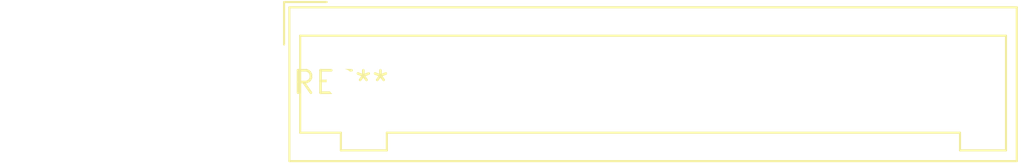
<source format=kicad_pcb>
(kicad_pcb (version 20240108) (generator pcbnew)
  (layers (0 "F.Cu" signal) (31 "B.Cu" signal) (34 "B.Paste" user) (35 "F.Paste" user) (36 "B.SilkS" user "B.Silkscreen") (37 "F.SilkS" user "F.Silkscreen") (38 "B.Mask" user) (39 "F.Mask" user) (44 "Edge.Cuts" user))
  (net 0 "")
  (footprint "Wago_734-141_1x11_P3.50mm_Vertical" (layer "F.Cu") (at 0 0)
    (property "Reference" "REF**")
    (property "Value" "Wago_734-141_1x11_P3.50mm_Vertical")
    (fp_line (start -3.21 -4.56) (end -0.8 -4.56) (layer "F.SilkS") (stroke (width 0.12)))
    (fp_line (start -3.21 -2.15) (end -3.21 -4.56) (layer "F.SilkS") (stroke (width 0.12)))
    (fp_line (start -2.91 -4.26) (end -2.91 4.46) (layer "F.SilkS") (stroke (width 0.12)))
    (fp_line (start -2.91 4.46) (end 38.21 4.46) (layer "F.SilkS") (stroke (width 0.12)))
    (fp_line (start -2.3 -2.65) (end -2.3 2.85) (layer "F.SilkS") (stroke (width 0.12)))
    (fp_line (start -2.3 2.85) (end 0 2.85) (layer "F.SilkS") (stroke (width 0.12)))
    (fp_line (start 0 2.85) (end 0 3.85) (layer "F.SilkS") (stroke (width 0.12)))
    (fp_line (start 0 3.85) (end 2.6 3.85) (layer "F.SilkS") (stroke (width 0.12)))
    (fp_line (start 2.6 2.85) (end 35 2.85) (layer "F.SilkS") (stroke (width 0.12)))
    (fp_line (start 2.6 3.85) (end 2.6 2.85) (layer "F.SilkS") (stroke (width 0.12)))
    (fp_line (start 35 2.85) (end 35 3.85) (layer "F.SilkS") (stroke (width 0.12)))
    (fp_line (start 35 3.85) (end 37.6 3.85) (layer "F.SilkS") (stroke (width 0.12)))
    (fp_line (start 37.6 -2.65) (end -2.3 -2.65) (layer "F.SilkS") (stroke (width 0.12)))
    (fp_line (start 37.6 3.85) (end 37.6 -2.65) (layer "F.SilkS") (stroke (width 0.12)))
    (fp_line (start 38.21 -4.26) (end -2.91 -4.26) (layer "F.SilkS") (stroke (width 0.12)))
    (fp_line (start 38.21 4.46) (end 38.21 -4.26) (layer "F.SilkS") (stroke (width 0.12)))
    (pad "1" thru_hole roundrect (at 0 0) (size 2 2.6) (drill 1.6) (layers *.Cu *.Mask) (remove_unused_layers) (roundrect_rratio 0.125))
    (pad "2" thru_hole oval (at 3.5 0) (size 2 2.6) (drill 1.6) (layers *.Cu *.Mask) (remove_unused_layers))
    (pad "3" thru_hole oval (at 7 0) (size 2 2.6) (drill 1.6) (layers *.Cu *.Mask) (remove_unused_layers))
    (pad "4" thru_hole oval (at 10.5 0) (size 2 2.6) (drill 1.6) (layers *.Cu *.Mask) (remove_unused_layers))
    (pad "5" thru_hole oval (at 14 0) (size 2 2.6) (drill 1.6) (layers *.Cu *.Mask) (remove_unused_layers))
    (pad "6" thru_hole oval (at 17.5 0) (size 2 2.6) (drill 1.6) (layers *.Cu *.Mask) (remove_unused_layers))
    (pad "7" thru_hole oval (at 21 0) (size 2 2.6) (drill 1.6) (layers *.Cu *.Mask) (remove_unused_layers))
    (pad "8" thru_hole oval (at 24.5 0) (size 2 2.6) (drill 1.6) (layers *.Cu *.Mask) (remove_unused_layers))
    (pad "9" thru_hole oval (at 28 0) (size 2 2.6) (drill 1.6) (layers *.Cu *.Mask) (remove_unused_layers))
    (pad "10" thru_hole oval (at 31.5 0) (size 2 2.6) (drill 1.6) (layers *.Cu *.Mask) (remove_unused_layers))
    (pad "11" thru_hole oval (at 35 0) (size 2 2.6) (drill 1.6) (layers *.Cu *.Mask) (remove_unused_layers))
  )
)
</source>
